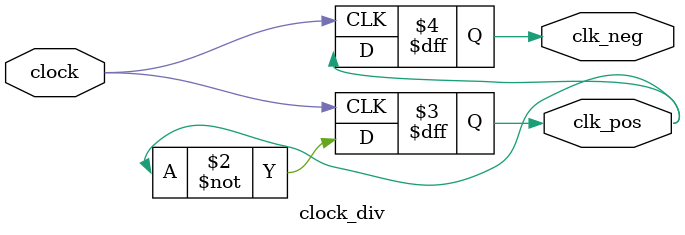
<source format=v>
module clock_div (clock, clk_pos, clk_neg);

input clock;
output clk_pos, clk_neg;

(* preserve="true" *) reg clk_pos, clk_neg;


always@(posedge clock)begin
	clk_pos<=~clk_pos;
	clk_neg<=clk_pos;
end

endmodule
</source>
